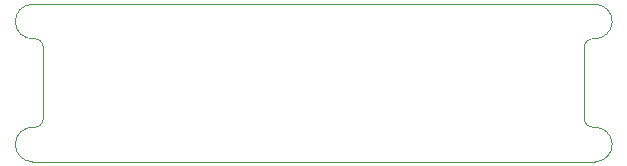
<source format=gbr>
G04 #@! TF.GenerationSoftware,KiCad,Pcbnew,(5.1.4)-1*
G04 #@! TF.CreationDate,2020-10-23T12:06:06-10:00*
G04 #@! TF.ProjectId,SkateLightLEDBoard,536b6174-654c-4696-9768-744c4544426f,rev?*
G04 #@! TF.SameCoordinates,Original*
G04 #@! TF.FileFunction,Profile,NP*
%FSLAX46Y46*%
G04 Gerber Fmt 4.6, Leading zero omitted, Abs format (unit mm)*
G04 Created by KiCad (PCBNEW (5.1.4)-1) date 2020-10-23 12:06:06*
%MOMM*%
%LPD*%
G04 APERTURE LIST*
%ADD10C,0.050800*%
G04 APERTURE END LIST*
D10*
X-23704478Y3750568D02*
G75*
G02X-22886924Y2990342I55554J-759972D01*
G01*
X-22886924Y2990596D02*
X-22886924Y0D01*
X23704478Y3750568D02*
G75*
G03X22886924Y2990342I-55554J-759972D01*
G01*
X22886924Y2990596D02*
X22886924Y0D01*
X23812987Y6667394D02*
G75*
G02X23705058Y3750564I-487J-1460394D01*
G01*
X-23812987Y6667394D02*
G75*
G03X-23705058Y3750564I487J-1460394D01*
G01*
X-23812500Y6667500D02*
X23812500Y6667500D01*
X-23704478Y-3750568D02*
G75*
G03X-22886924Y-2990342I55554J759972D01*
G01*
X-22886924Y-2990596D02*
X-22886924Y0D01*
X-23812987Y-6667394D02*
G75*
G02X-23705058Y-3750564I487J1460394D01*
G01*
X22886924Y-2990596D02*
X22886924Y0D01*
X23704478Y-3750568D02*
G75*
G02X22886924Y-2990342I-55554J759972D01*
G01*
X23812987Y-6667394D02*
G75*
G03X23705058Y-3750564I-487J1460394D01*
G01*
X23812500Y-6667500D02*
X-23812500Y-6667500D01*
M02*

</source>
